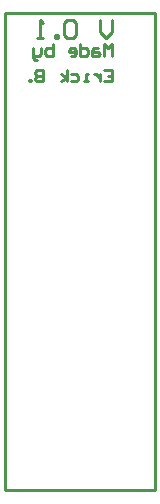
<source format=gbo>
G04*
G04 #@! TF.GenerationSoftware,Altium Limited,Altium Designer,18.0.12 (696)*
G04*
G04 Layer_Color=32896*
%FSLAX25Y25*%
%MOIN*%
G70*
G01*
G75*
%ADD10C,0.01000*%
D10*
X248114Y422624D02*
Y426559D01*
X246802Y425248D01*
X245490Y426559D01*
Y422624D01*
X243523Y425248D02*
X242211D01*
X241555Y424592D01*
Y422624D01*
X243523D01*
X244178Y423280D01*
X243523Y423936D01*
X241555D01*
X237619Y426559D02*
Y422624D01*
X239587D01*
X240243Y423280D01*
Y424592D01*
X239587Y425248D01*
X237619D01*
X234339Y422624D02*
X235651D01*
X236307Y423280D01*
Y424592D01*
X235651Y425248D01*
X234339D01*
X233683Y424592D01*
Y423936D01*
X236307D01*
X228435Y426559D02*
Y422624D01*
X226468D01*
X225812Y423280D01*
Y423936D01*
Y424592D01*
X226468Y425248D01*
X228435D01*
X224500D02*
Y423280D01*
X223844Y422624D01*
X221876D01*
Y421968D01*
X222532Y421312D01*
X223188D01*
X221876Y422624D02*
Y425248D01*
X245490Y418125D02*
X248114D01*
Y414189D01*
X245490D01*
X248114Y416157D02*
X246802D01*
X244178Y416813D02*
Y414189D01*
Y415501D01*
X243523Y416157D01*
X242866Y416813D01*
X242211D01*
X240243Y414189D02*
X238931D01*
X239587D01*
Y416813D01*
X240243D01*
X234339D02*
X236307D01*
X236963Y416157D01*
Y414845D01*
X236307Y414189D01*
X234339D01*
X233027D02*
Y418125D01*
Y415501D02*
X231059Y416813D01*
X233027Y415501D02*
X231059Y414189D01*
X225156Y418125D02*
Y414189D01*
X223188D01*
X222532Y414845D01*
Y415501D01*
X223188Y416157D01*
X225156D01*
X223188D01*
X222532Y416813D01*
Y417469D01*
X223188Y418125D01*
X225156D01*
X221220Y414189D02*
Y414845D01*
X220564D01*
Y414189D01*
X221220D01*
X248228Y434837D02*
Y430838D01*
X246229Y428839D01*
X244230Y430838D01*
Y434837D01*
X236232Y433837D02*
X235232Y434837D01*
X233233D01*
X232234Y433837D01*
Y429838D01*
X233233Y428839D01*
X235232D01*
X236232Y429838D01*
Y433837D01*
X230234Y428839D02*
Y429838D01*
X229235D01*
Y428839D01*
X230234D01*
X225236D02*
X223236D01*
X224236D01*
Y434837D01*
X225236Y433837D01*
X212598Y277854D02*
Y437008D01*
Y277854D02*
X262598D01*
Y437008D01*
X212598D02*
X262598D01*
M02*

</source>
